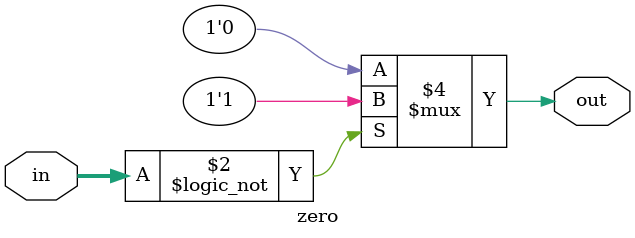
<source format=sv>
`timescale 1ns / 1ps

module zero(
    input logic [15:0] in, //Rp_data
    output logic out //RF_Rp_zero
    );
    
    always_comb
    begin
        if (in == 0) out = 'b1;
        else         out = 'b0;
    end 

endmodule

</source>
